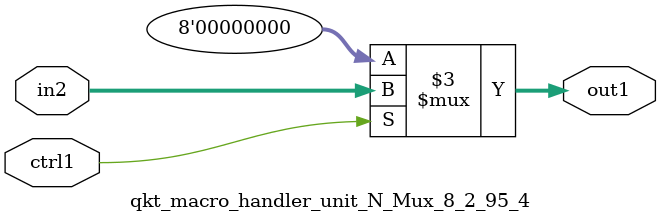
<source format=v>

`timescale 1ps / 1ps


module qkt_macro_handler_unit_N_Mux_8_2_95_4( in2, ctrl1, out1 );

    input [7:0] in2;
    input ctrl1;
    output [7:0] out1;
    reg [7:0] out1;

    
    // rtl_process:qkt_macro_handler_unit_N_Mux_8_2_95_4/qkt_macro_handler_unit_N_Mux_8_2_95_4_thread_1
    always @*
      begin : qkt_macro_handler_unit_N_Mux_8_2_95_4_thread_1
        case (ctrl1) 
          1'b1: 
            begin
              out1 = in2;
            end
          default: 
            begin
              out1 = 8'd000;
            end
        endcase
      end

endmodule





</source>
